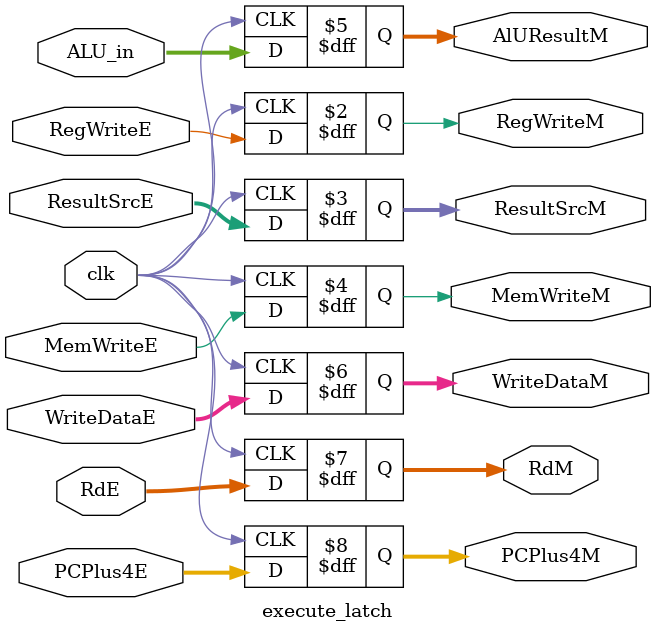
<source format=sv>
module execute_latch #(
    parameter ADDRESS_WIDTH = 5,
              DATA_WIDTH = 32,
              A0_ADDRESS=5'b01010,
              A1_ADDRESS=5'b01011,
              T1_ADDRESS=5'b00110,
              T2_ADDRESS=5'b00111

)(
           
    input logic     RegWriteE, 
    input logic [1:0] ResultSrcE,
    input logic     MemWriteE, 
    input logic [DATA_WIDTH-1:0] ALU_in,
    input logic [DATA_WIDTH-1:0] WriteDataE,
    input logic [4:0] RdE,
    input logic [DATA_WIDTH-1:0] PCPlus4E,

    output logic     RegWriteM, 
    output logic [1:0] ResultSrcM,
    output logic     MemWriteM, 
    output logic [DATA_WIDTH-1:0] AlUResultM,
    output logic [DATA_WIDTH-1:0] WriteDataM,
    output logic [4:0] RdM,
    output logic [DATA_WIDTH-1:0] PCPlus4M,


    input logic                      clk  


);


always_ff @ (posedge clk)
    begin
        
        RegWriteM<=RegWriteE;
        ResultSrcM<=ResultSrcE;
        MemWriteM<=MemWriteE;
        AlUResultM<=ALU_in;
        WriteDataM<=WriteDataE;
        RdM<=RdE;
        PCPlus4M<=PCPlus4E;




    end

endmodule


</source>
